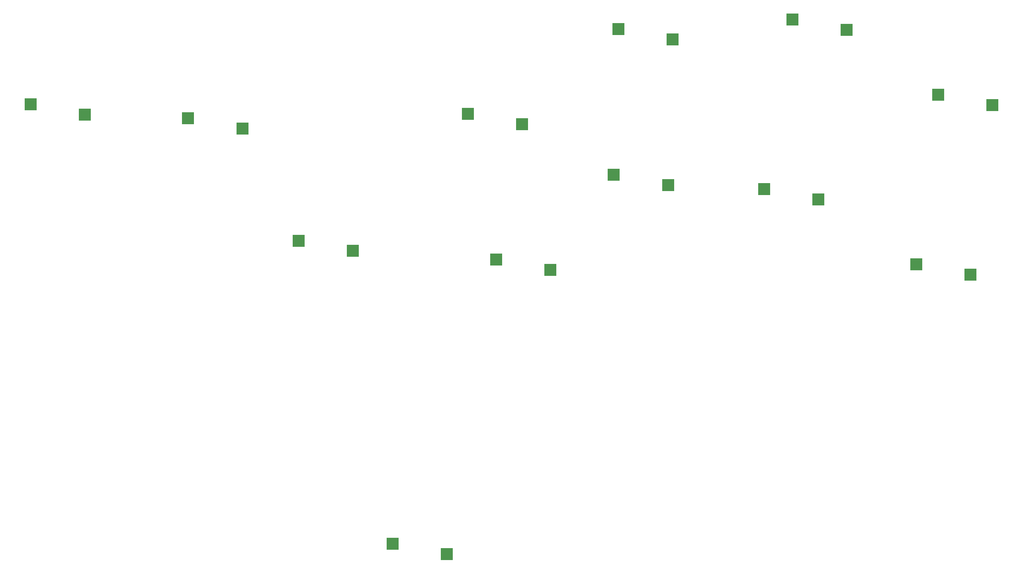
<source format=gbr>
%TF.GenerationSoftware,KiCad,Pcbnew,7.0.1*%
%TF.CreationDate,2024-02-21T21:30:13-07:00*%
%TF.ProjectId,JakesPad,4a616b65-7350-4616-942e-6b696361645f,rev?*%
%TF.SameCoordinates,Original*%
%TF.FileFunction,Paste,Bot*%
%TF.FilePolarity,Positive*%
%FSLAX46Y46*%
G04 Gerber Fmt 4.6, Leading zero omitted, Abs format (unit mm)*
G04 Created by KiCad (PCBNEW 7.0.1) date 2024-02-21 21:30:13*
%MOMM*%
%LPD*%
G01*
G04 APERTURE LIST*
%ADD10R,2.600000X2.600000*%
G04 APERTURE END LIST*
D10*
%TO.C,B2*%
X265725000Y-117050000D03*
X277275000Y-119250000D03*
%TD*%
%TO.C,B1*%
X240725000Y-135050000D03*
X252275000Y-137250000D03*
%TD*%
%TO.C,A2*%
X266725000Y-86050000D03*
X278275000Y-88250000D03*
%TD*%
%TO.C,B4*%
X330025000Y-136050000D03*
X341575000Y-138250000D03*
%TD*%
%TO.C,A1*%
X234725000Y-104050000D03*
X246275000Y-106250000D03*
%TD*%
%TO.C,B3*%
X297725000Y-120050000D03*
X309275000Y-122250000D03*
%TD*%
%TO.C,C4*%
X218725000Y-195550000D03*
X230275000Y-197750000D03*
%TD*%
%TO.C,A4*%
X334725000Y-100050000D03*
X346275000Y-102250000D03*
%TD*%
%TO.C,C3*%
X198725000Y-131050000D03*
X210275000Y-133250000D03*
%TD*%
%TO.C,C1*%
X141725000Y-102050000D03*
X153275000Y-104250000D03*
%TD*%
%TO.C,C2*%
X175225000Y-105050000D03*
X186775000Y-107250000D03*
%TD*%
%TO.C,A3*%
X303725000Y-84050000D03*
X315275000Y-86250000D03*
%TD*%
M02*

</source>
